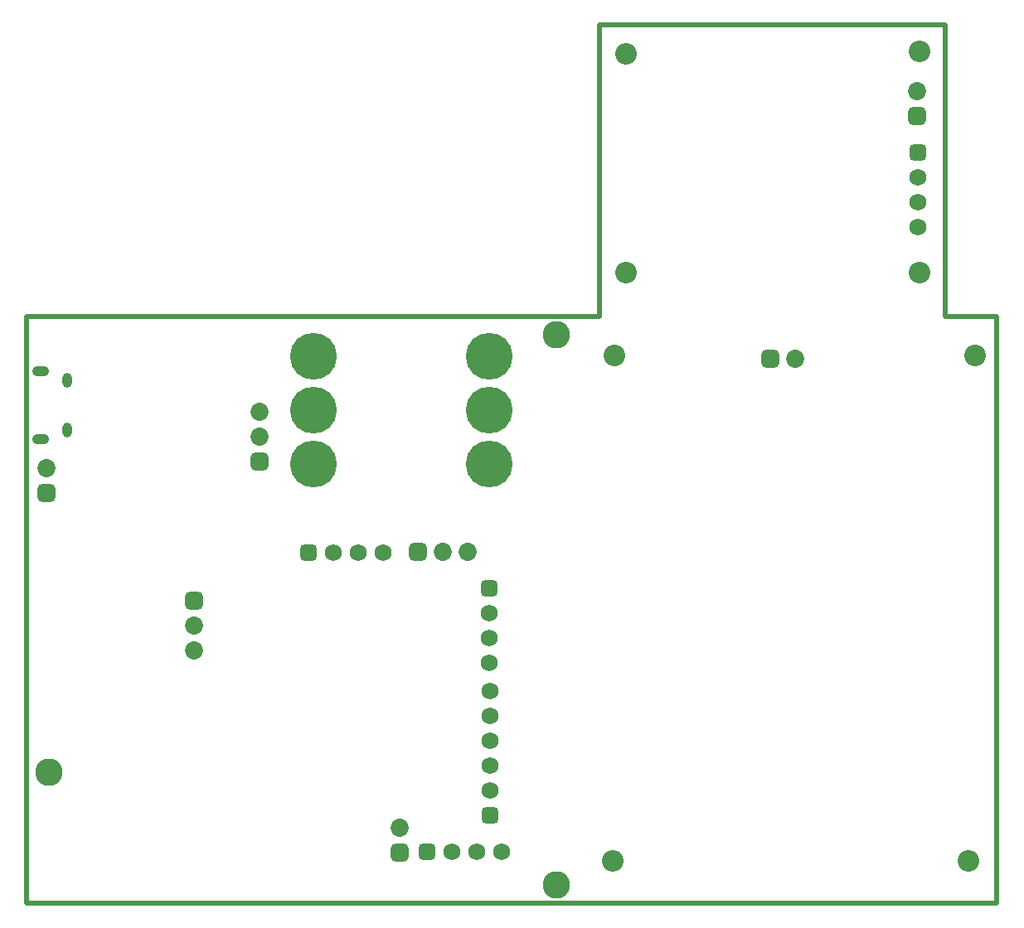
<source format=gbs>
G04*
G04 #@! TF.GenerationSoftware,Altium Limited,Altium Designer,22.2.1 (43)*
G04*
G04 Layer_Color=16711935*
%FSLAX25Y25*%
%MOIN*%
G70*
G04*
G04 #@! TF.SameCoordinates,3F60BFF8-F64E-45F8-B6E0-E43E19044127*
G04*
G04*
G04 #@! TF.FilePolarity,Negative*
G04*
G01*
G75*
%ADD16C,0.02000*%
%ADD136C,0.06800*%
G04:AMPARAMS|DCode=137|XSize=68mil|YSize=68mil|CornerRadius=19mil|HoleSize=0mil|Usage=FLASHONLY|Rotation=270.000|XOffset=0mil|YOffset=0mil|HoleType=Round|Shape=RoundedRectangle|*
%AMROUNDEDRECTD137*
21,1,0.06800,0.03000,0,0,270.0*
21,1,0.03000,0.06800,0,0,270.0*
1,1,0.03800,-0.01500,-0.01500*
1,1,0.03800,-0.01500,0.01500*
1,1,0.03800,0.01500,0.01500*
1,1,0.03800,0.01500,-0.01500*
%
%ADD137ROUNDEDRECTD137*%
G04:AMPARAMS|DCode=138|XSize=68mil|YSize=68mil|CornerRadius=19mil|HoleSize=0mil|Usage=FLASHONLY|Rotation=180.000|XOffset=0mil|YOffset=0mil|HoleType=Round|Shape=RoundedRectangle|*
%AMROUNDEDRECTD138*
21,1,0.06800,0.03000,0,0,180.0*
21,1,0.03000,0.06800,0,0,180.0*
1,1,0.03800,-0.01500,0.01500*
1,1,0.03800,0.01500,0.01500*
1,1,0.03800,0.01500,-0.01500*
1,1,0.03800,-0.01500,-0.01500*
%
%ADD138ROUNDEDRECTD138*%
%ADD139C,0.07296*%
G04:AMPARAMS|DCode=140|XSize=72.96mil|YSize=72.96mil|CornerRadius=20.24mil|HoleSize=0mil|Usage=FLASHONLY|Rotation=90.000|XOffset=0mil|YOffset=0mil|HoleType=Round|Shape=RoundedRectangle|*
%AMROUNDEDRECTD140*
21,1,0.07296,0.03248,0,0,90.0*
21,1,0.03248,0.07296,0,0,90.0*
1,1,0.04048,0.01624,0.01624*
1,1,0.04048,0.01624,-0.01624*
1,1,0.04048,-0.01624,-0.01624*
1,1,0.04048,-0.01624,0.01624*
%
%ADD140ROUNDEDRECTD140*%
G04:AMPARAMS|DCode=141|XSize=72.96mil|YSize=72.96mil|CornerRadius=20.24mil|HoleSize=0mil|Usage=FLASHONLY|Rotation=0.000|XOffset=0mil|YOffset=0mil|HoleType=Round|Shape=RoundedRectangle|*
%AMROUNDEDRECTD141*
21,1,0.07296,0.03248,0,0,0.0*
21,1,0.03248,0.07296,0,0,0.0*
1,1,0.04048,0.01624,-0.01624*
1,1,0.04048,-0.01624,-0.01624*
1,1,0.04048,-0.01624,0.01624*
1,1,0.04048,0.01624,0.01624*
%
%ADD141ROUNDEDRECTD141*%
%ADD142O,0.06902X0.04000*%
%ADD143O,0.04000X0.05918*%
%ADD144C,0.08674*%
%ADD145C,0.18800*%
%ADD146C,0.11036*%
D16*
X369200Y236000D02*
X390000D01*
X-0Y0D02*
X0Y236000D01*
X230300D01*
Y353500D01*
X369200Y353500D01*
X0Y0D02*
X197000D01*
X390000D01*
X390000D02*
X390000Y236000D01*
X369200D02*
Y353500D01*
D136*
X186100Y85600D02*
D03*
Y75600D02*
D03*
Y65600D02*
D03*
Y55600D02*
D03*
Y45600D02*
D03*
X123200Y141000D02*
D03*
X133200D02*
D03*
X143200D02*
D03*
X185900Y96900D02*
D03*
Y106900D02*
D03*
Y116900D02*
D03*
X171000Y20700D02*
D03*
X181000D02*
D03*
X191000D02*
D03*
X358300Y272100D02*
D03*
Y282100D02*
D03*
Y292100D02*
D03*
D137*
X186100Y35600D02*
D03*
X185900Y126900D02*
D03*
X358300Y302100D02*
D03*
D138*
X113200Y141000D02*
D03*
X161000Y20700D02*
D03*
D139*
X93500Y197850D02*
D03*
Y187850D02*
D03*
X167200Y141500D02*
D03*
X177200D02*
D03*
X67200Y101800D02*
D03*
Y111800D02*
D03*
X8000Y175000D02*
D03*
X308900Y219200D02*
D03*
X149700Y30500D02*
D03*
X358000Y326700D02*
D03*
D140*
X93500Y177850D02*
D03*
X67200Y121800D02*
D03*
X8000Y165000D02*
D03*
X149700Y20500D02*
D03*
X358000Y316700D02*
D03*
D141*
X157200Y141500D02*
D03*
X298900Y219200D02*
D03*
D142*
X5500Y186658D02*
D03*
Y214216D02*
D03*
D143*
X16130Y190594D02*
D03*
Y210279D02*
D03*
D144*
X235600Y17000D02*
D03*
X236100Y220400D02*
D03*
X381200D02*
D03*
X378500Y17000D02*
D03*
X358900Y342700D02*
D03*
X240900Y341700D02*
D03*
X358900Y253700D02*
D03*
X240900D02*
D03*
D145*
X115032Y198571D02*
D03*
X185898D02*
D03*
X185898Y220224D02*
D03*
X115032D02*
D03*
X185898Y176917D02*
D03*
X115032D02*
D03*
D146*
X212800Y228800D02*
D03*
X8700Y52900D02*
D03*
X213000Y7300D02*
D03*
M02*

</source>
